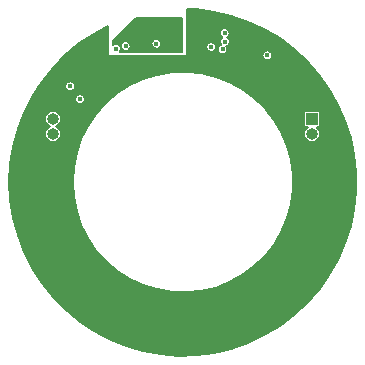
<source format=gbr>
G04 #@! TF.GenerationSoftware,KiCad,Pcbnew,(5.1.6)-1*
G04 #@! TF.CreationDate,2020-09-08T11:46:21-07:00*
G04 #@! TF.ProjectId,LED_Ring,4c45445f-5269-46e6-972e-6b696361645f,rev?*
G04 #@! TF.SameCoordinates,Original*
G04 #@! TF.FileFunction,Copper,L2,Inr*
G04 #@! TF.FilePolarity,Positive*
%FSLAX46Y46*%
G04 Gerber Fmt 4.6, Leading zero omitted, Abs format (unit mm)*
G04 Created by KiCad (PCBNEW (5.1.6)-1) date 2020-09-08 11:46:21*
%MOMM*%
%LPD*%
G01*
G04 APERTURE LIST*
G04 #@! TA.AperFunction,ViaPad*
%ADD10O,1.000000X1.000000*%
G04 #@! TD*
G04 #@! TA.AperFunction,ViaPad*
%ADD11R,1.000000X1.000000*%
G04 #@! TD*
G04 #@! TA.AperFunction,ViaPad*
%ADD12C,0.450000*%
G04 #@! TD*
G04 #@! TA.AperFunction,Conductor*
%ADD13C,0.127000*%
G04 #@! TD*
G04 APERTURE END LIST*
D10*
X99009680Y-75913900D03*
X99009680Y-74643900D03*
D11*
X99009680Y-73373900D03*
D10*
X120941580Y-75913420D03*
D11*
X120941580Y-74643420D03*
D12*
X100457000Y-71882000D03*
X101295200Y-72974200D03*
X113360200Y-68757800D03*
X110540800Y-68097400D03*
X109524800Y-67386200D03*
X105841800Y-68148200D03*
X117068600Y-70967600D03*
X117119400Y-70078600D03*
X104329142Y-68692622D03*
X112395000Y-68554600D03*
X113567106Y-68101094D03*
X113538000Y-67386200D03*
X107752671Y-68281071D03*
X117144800Y-69265800D03*
X105156000Y-68478400D03*
D13*
G36*
X109936500Y-68936500D02*
G01*
X104665906Y-68936500D01*
X104697353Y-68889435D01*
X104728674Y-68813819D01*
X104744642Y-68733545D01*
X104744642Y-68651699D01*
X104728674Y-68571425D01*
X104697353Y-68495809D01*
X104658378Y-68437477D01*
X104740500Y-68437477D01*
X104740500Y-68519323D01*
X104756468Y-68599597D01*
X104787789Y-68675213D01*
X104833260Y-68743266D01*
X104891134Y-68801140D01*
X104959187Y-68846611D01*
X105034803Y-68877932D01*
X105115077Y-68893900D01*
X105196923Y-68893900D01*
X105277197Y-68877932D01*
X105352813Y-68846611D01*
X105420866Y-68801140D01*
X105478740Y-68743266D01*
X105524211Y-68675213D01*
X105555532Y-68599597D01*
X105571500Y-68519323D01*
X105571500Y-68437477D01*
X105555532Y-68357203D01*
X105524211Y-68281587D01*
X105496523Y-68240148D01*
X107337171Y-68240148D01*
X107337171Y-68321994D01*
X107353139Y-68402268D01*
X107384460Y-68477884D01*
X107429931Y-68545937D01*
X107487805Y-68603811D01*
X107555858Y-68649282D01*
X107631474Y-68680603D01*
X107711748Y-68696571D01*
X107793594Y-68696571D01*
X107873868Y-68680603D01*
X107949484Y-68649282D01*
X108017537Y-68603811D01*
X108075411Y-68545937D01*
X108120882Y-68477884D01*
X108152203Y-68402268D01*
X108168171Y-68321994D01*
X108168171Y-68240148D01*
X108152203Y-68159874D01*
X108120882Y-68084258D01*
X108075411Y-68016205D01*
X108017537Y-67958331D01*
X107949484Y-67912860D01*
X107873868Y-67881539D01*
X107793594Y-67865571D01*
X107711748Y-67865571D01*
X107631474Y-67881539D01*
X107555858Y-67912860D01*
X107487805Y-67958331D01*
X107429931Y-68016205D01*
X107384460Y-68084258D01*
X107353139Y-68159874D01*
X107337171Y-68240148D01*
X105496523Y-68240148D01*
X105478740Y-68213534D01*
X105420866Y-68155660D01*
X105352813Y-68110189D01*
X105277197Y-68078868D01*
X105196923Y-68062900D01*
X105115077Y-68062900D01*
X105034803Y-68078868D01*
X104959187Y-68110189D01*
X104891134Y-68155660D01*
X104833260Y-68213534D01*
X104787789Y-68281587D01*
X104756468Y-68357203D01*
X104740500Y-68437477D01*
X104658378Y-68437477D01*
X104651882Y-68427756D01*
X104594008Y-68369882D01*
X104525955Y-68324411D01*
X104450339Y-68293090D01*
X104370065Y-68277122D01*
X104288219Y-68277122D01*
X104207945Y-68293090D01*
X104132329Y-68324411D01*
X104064276Y-68369882D01*
X104063500Y-68370658D01*
X104063500Y-68026302D01*
X106026302Y-66063500D01*
X109936500Y-66063500D01*
X109936500Y-68936500D01*
G37*
X109936500Y-68936500D02*
X104665906Y-68936500D01*
X104697353Y-68889435D01*
X104728674Y-68813819D01*
X104744642Y-68733545D01*
X104744642Y-68651699D01*
X104728674Y-68571425D01*
X104697353Y-68495809D01*
X104658378Y-68437477D01*
X104740500Y-68437477D01*
X104740500Y-68519323D01*
X104756468Y-68599597D01*
X104787789Y-68675213D01*
X104833260Y-68743266D01*
X104891134Y-68801140D01*
X104959187Y-68846611D01*
X105034803Y-68877932D01*
X105115077Y-68893900D01*
X105196923Y-68893900D01*
X105277197Y-68877932D01*
X105352813Y-68846611D01*
X105420866Y-68801140D01*
X105478740Y-68743266D01*
X105524211Y-68675213D01*
X105555532Y-68599597D01*
X105571500Y-68519323D01*
X105571500Y-68437477D01*
X105555532Y-68357203D01*
X105524211Y-68281587D01*
X105496523Y-68240148D01*
X107337171Y-68240148D01*
X107337171Y-68321994D01*
X107353139Y-68402268D01*
X107384460Y-68477884D01*
X107429931Y-68545937D01*
X107487805Y-68603811D01*
X107555858Y-68649282D01*
X107631474Y-68680603D01*
X107711748Y-68696571D01*
X107793594Y-68696571D01*
X107873868Y-68680603D01*
X107949484Y-68649282D01*
X108017537Y-68603811D01*
X108075411Y-68545937D01*
X108120882Y-68477884D01*
X108152203Y-68402268D01*
X108168171Y-68321994D01*
X108168171Y-68240148D01*
X108152203Y-68159874D01*
X108120882Y-68084258D01*
X108075411Y-68016205D01*
X108017537Y-67958331D01*
X107949484Y-67912860D01*
X107873868Y-67881539D01*
X107793594Y-67865571D01*
X107711748Y-67865571D01*
X107631474Y-67881539D01*
X107555858Y-67912860D01*
X107487805Y-67958331D01*
X107429931Y-68016205D01*
X107384460Y-68084258D01*
X107353139Y-68159874D01*
X107337171Y-68240148D01*
X105496523Y-68240148D01*
X105478740Y-68213534D01*
X105420866Y-68155660D01*
X105352813Y-68110189D01*
X105277197Y-68078868D01*
X105196923Y-68062900D01*
X105115077Y-68062900D01*
X105034803Y-68078868D01*
X104959187Y-68110189D01*
X104891134Y-68155660D01*
X104833260Y-68213534D01*
X104787789Y-68281587D01*
X104756468Y-68357203D01*
X104740500Y-68437477D01*
X104658378Y-68437477D01*
X104651882Y-68427756D01*
X104594008Y-68369882D01*
X104525955Y-68324411D01*
X104450339Y-68293090D01*
X104370065Y-68277122D01*
X104288219Y-68277122D01*
X104207945Y-68293090D01*
X104132329Y-68324411D01*
X104064276Y-68369882D01*
X104063500Y-68370658D01*
X104063500Y-68026302D01*
X106026302Y-66063500D01*
X109936500Y-66063500D01*
X109936500Y-68936500D01*
G36*
X111133129Y-65361290D02*
G01*
X112632290Y-65555387D01*
X114103548Y-65902599D01*
X115531307Y-66399248D01*
X116900434Y-67040069D01*
X118196413Y-67818267D01*
X119405509Y-68725595D01*
X120514905Y-69752435D01*
X121512839Y-70887901D01*
X122388735Y-72119958D01*
X123133307Y-73435545D01*
X123738662Y-74820717D01*
X124198385Y-76260791D01*
X124507601Y-77740502D01*
X124663032Y-79244163D01*
X124663032Y-80755837D01*
X124507601Y-82259498D01*
X124198385Y-83739209D01*
X123738662Y-85179283D01*
X123133307Y-86564455D01*
X122388735Y-87880042D01*
X121512839Y-89112099D01*
X120514905Y-90247565D01*
X119405509Y-91274405D01*
X118196413Y-92181733D01*
X116900434Y-92959931D01*
X115531307Y-93600752D01*
X114103548Y-94097401D01*
X112632290Y-94444613D01*
X111133129Y-94638710D01*
X109621956Y-94677632D01*
X108114791Y-94560968D01*
X106627610Y-94289954D01*
X105176176Y-93867463D01*
X103775877Y-93297973D01*
X102441555Y-92587522D01*
X101187354Y-91743640D01*
X100026569Y-90775272D01*
X98971505Y-89692684D01*
X98033346Y-88507350D01*
X97222037Y-87231837D01*
X96546177Y-85879664D01*
X96012931Y-84465166D01*
X95627951Y-83003336D01*
X95395319Y-81509669D01*
X95317500Y-80000000D01*
X100662500Y-80000000D01*
X100745814Y-81244567D01*
X100994269Y-82466925D01*
X101403432Y-83645260D01*
X101966000Y-84758545D01*
X102671936Y-85786915D01*
X103508641Y-86712016D01*
X104461184Y-87517342D01*
X105512568Y-88188520D01*
X106644030Y-88713574D01*
X107835379Y-89083134D01*
X109065356Y-89290605D01*
X110312012Y-89332286D01*
X111553100Y-89207431D01*
X112766473Y-88918270D01*
X113930478Y-88469961D01*
X115024344Y-87870507D01*
X116028550Y-87130602D01*
X116925177Y-86263452D01*
X117698223Y-85284531D01*
X118333895Y-84211307D01*
X118820848Y-83062932D01*
X119150392Y-81859899D01*
X119316648Y-80623676D01*
X119316648Y-79376324D01*
X119150392Y-78140101D01*
X118820848Y-76937068D01*
X118333895Y-75788693D01*
X117698223Y-74715469D01*
X117246481Y-74143420D01*
X120250159Y-74143420D01*
X120250159Y-75143420D01*
X120253837Y-75180764D01*
X120264730Y-75216674D01*
X120282419Y-75249768D01*
X120306225Y-75278775D01*
X120335232Y-75302581D01*
X120368326Y-75320270D01*
X120404236Y-75331163D01*
X120441580Y-75334841D01*
X120564618Y-75334841D01*
X120501412Y-75377074D01*
X120405234Y-75473252D01*
X120329667Y-75586346D01*
X120277616Y-75712009D01*
X120251080Y-75845412D01*
X120251080Y-75981428D01*
X120277616Y-76114831D01*
X120329667Y-76240494D01*
X120405234Y-76353588D01*
X120501412Y-76449766D01*
X120614506Y-76525333D01*
X120740169Y-76577384D01*
X120873572Y-76603920D01*
X121009588Y-76603920D01*
X121142991Y-76577384D01*
X121268654Y-76525333D01*
X121381748Y-76449766D01*
X121477926Y-76353588D01*
X121553493Y-76240494D01*
X121605544Y-76114831D01*
X121632080Y-75981428D01*
X121632080Y-75845412D01*
X121605544Y-75712009D01*
X121553493Y-75586346D01*
X121477926Y-75473252D01*
X121381748Y-75377074D01*
X121318542Y-75334841D01*
X121441580Y-75334841D01*
X121478924Y-75331163D01*
X121514834Y-75320270D01*
X121547928Y-75302581D01*
X121576935Y-75278775D01*
X121600741Y-75249768D01*
X121618430Y-75216674D01*
X121629323Y-75180764D01*
X121633001Y-75143420D01*
X121633001Y-74143420D01*
X121629323Y-74106076D01*
X121618430Y-74070166D01*
X121600741Y-74037072D01*
X121576935Y-74008065D01*
X121547928Y-73984259D01*
X121514834Y-73966570D01*
X121478924Y-73955677D01*
X121441580Y-73951999D01*
X120441580Y-73951999D01*
X120404236Y-73955677D01*
X120368326Y-73966570D01*
X120335232Y-73984259D01*
X120306225Y-74008065D01*
X120282419Y-74037072D01*
X120264730Y-74070166D01*
X120253837Y-74106076D01*
X120250159Y-74143420D01*
X117246481Y-74143420D01*
X116925177Y-73736548D01*
X116028550Y-72869398D01*
X115024344Y-72129493D01*
X113930478Y-71530039D01*
X112766473Y-71081730D01*
X111553100Y-70792569D01*
X110312012Y-70667714D01*
X109065356Y-70709395D01*
X107835379Y-70916866D01*
X106644030Y-71286426D01*
X105512568Y-71811480D01*
X104461184Y-72482658D01*
X103508641Y-73287984D01*
X102671936Y-74213085D01*
X101966000Y-75241455D01*
X101403432Y-76354740D01*
X100994269Y-77533075D01*
X100745814Y-78755433D01*
X100662500Y-80000000D01*
X95317500Y-80000000D01*
X95395319Y-78490331D01*
X95627951Y-76996664D01*
X96012931Y-75534834D01*
X96374438Y-74575892D01*
X98319180Y-74575892D01*
X98319180Y-74711908D01*
X98345716Y-74845311D01*
X98397767Y-74970974D01*
X98473334Y-75084068D01*
X98569512Y-75180246D01*
X98682606Y-75255813D01*
X98738343Y-75278900D01*
X98682606Y-75301987D01*
X98569512Y-75377554D01*
X98473334Y-75473732D01*
X98397767Y-75586826D01*
X98345716Y-75712489D01*
X98319180Y-75845892D01*
X98319180Y-75981908D01*
X98345716Y-76115311D01*
X98397767Y-76240974D01*
X98473334Y-76354068D01*
X98569512Y-76450246D01*
X98682606Y-76525813D01*
X98808269Y-76577864D01*
X98941672Y-76604400D01*
X99077688Y-76604400D01*
X99211091Y-76577864D01*
X99336754Y-76525813D01*
X99449848Y-76450246D01*
X99546026Y-76354068D01*
X99621593Y-76240974D01*
X99673644Y-76115311D01*
X99700180Y-75981908D01*
X99700180Y-75845892D01*
X99673644Y-75712489D01*
X99621593Y-75586826D01*
X99546026Y-75473732D01*
X99449848Y-75377554D01*
X99336754Y-75301987D01*
X99281017Y-75278900D01*
X99336754Y-75255813D01*
X99449848Y-75180246D01*
X99546026Y-75084068D01*
X99621593Y-74970974D01*
X99673644Y-74845311D01*
X99700180Y-74711908D01*
X99700180Y-74575892D01*
X99673644Y-74442489D01*
X99621593Y-74316826D01*
X99546026Y-74203732D01*
X99449848Y-74107554D01*
X99336754Y-74031987D01*
X99211091Y-73979936D01*
X99077688Y-73953400D01*
X98941672Y-73953400D01*
X98808269Y-73979936D01*
X98682606Y-74031987D01*
X98569512Y-74107554D01*
X98473334Y-74203732D01*
X98397767Y-74316826D01*
X98345716Y-74442489D01*
X98319180Y-74575892D01*
X96374438Y-74575892D01*
X96546177Y-74120336D01*
X97139507Y-72933277D01*
X100879700Y-72933277D01*
X100879700Y-73015123D01*
X100895668Y-73095397D01*
X100926989Y-73171013D01*
X100972460Y-73239066D01*
X101030334Y-73296940D01*
X101098387Y-73342411D01*
X101174003Y-73373732D01*
X101254277Y-73389700D01*
X101336123Y-73389700D01*
X101416397Y-73373732D01*
X101492013Y-73342411D01*
X101560066Y-73296940D01*
X101617940Y-73239066D01*
X101663411Y-73171013D01*
X101694732Y-73095397D01*
X101710700Y-73015123D01*
X101710700Y-72933277D01*
X101694732Y-72853003D01*
X101663411Y-72777387D01*
X101617940Y-72709334D01*
X101560066Y-72651460D01*
X101492013Y-72605989D01*
X101416397Y-72574668D01*
X101336123Y-72558700D01*
X101254277Y-72558700D01*
X101174003Y-72574668D01*
X101098387Y-72605989D01*
X101030334Y-72651460D01*
X100972460Y-72709334D01*
X100926989Y-72777387D01*
X100895668Y-72853003D01*
X100879700Y-72933277D01*
X97139507Y-72933277D01*
X97222037Y-72768163D01*
X97811723Y-71841077D01*
X100041500Y-71841077D01*
X100041500Y-71922923D01*
X100057468Y-72003197D01*
X100088789Y-72078813D01*
X100134260Y-72146866D01*
X100192134Y-72204740D01*
X100260187Y-72250211D01*
X100335803Y-72281532D01*
X100416077Y-72297500D01*
X100497923Y-72297500D01*
X100578197Y-72281532D01*
X100653813Y-72250211D01*
X100721866Y-72204740D01*
X100779740Y-72146866D01*
X100825211Y-72078813D01*
X100856532Y-72003197D01*
X100872500Y-71922923D01*
X100872500Y-71841077D01*
X100856532Y-71760803D01*
X100825211Y-71685187D01*
X100779740Y-71617134D01*
X100721866Y-71559260D01*
X100653813Y-71513789D01*
X100578197Y-71482468D01*
X100497923Y-71466500D01*
X100416077Y-71466500D01*
X100335803Y-71482468D01*
X100260187Y-71513789D01*
X100192134Y-71559260D01*
X100134260Y-71617134D01*
X100088789Y-71685187D01*
X100057468Y-71760803D01*
X100041500Y-71841077D01*
X97811723Y-71841077D01*
X98033346Y-71492650D01*
X98971505Y-70307316D01*
X100026569Y-69224728D01*
X101187354Y-68256360D01*
X102441555Y-67412478D01*
X103686500Y-66749615D01*
X103686500Y-69250000D01*
X103687720Y-69262388D01*
X103691334Y-69274300D01*
X103697202Y-69285279D01*
X103705099Y-69294901D01*
X103714721Y-69302798D01*
X103725700Y-69308666D01*
X103737612Y-69312280D01*
X103750000Y-69313500D01*
X110250000Y-69313500D01*
X110262388Y-69312280D01*
X110274300Y-69308666D01*
X110285279Y-69302798D01*
X110294901Y-69294901D01*
X110302798Y-69285279D01*
X110308666Y-69274300D01*
X110312280Y-69262388D01*
X110313500Y-69250000D01*
X110313500Y-69224877D01*
X116729300Y-69224877D01*
X116729300Y-69306723D01*
X116745268Y-69386997D01*
X116776589Y-69462613D01*
X116822060Y-69530666D01*
X116879934Y-69588540D01*
X116947987Y-69634011D01*
X117023603Y-69665332D01*
X117103877Y-69681300D01*
X117185723Y-69681300D01*
X117265997Y-69665332D01*
X117341613Y-69634011D01*
X117409666Y-69588540D01*
X117467540Y-69530666D01*
X117513011Y-69462613D01*
X117544332Y-69386997D01*
X117560300Y-69306723D01*
X117560300Y-69224877D01*
X117544332Y-69144603D01*
X117513011Y-69068987D01*
X117467540Y-69000934D01*
X117409666Y-68943060D01*
X117341613Y-68897589D01*
X117265997Y-68866268D01*
X117185723Y-68850300D01*
X117103877Y-68850300D01*
X117023603Y-68866268D01*
X116947987Y-68897589D01*
X116879934Y-68943060D01*
X116822060Y-69000934D01*
X116776589Y-69068987D01*
X116745268Y-69144603D01*
X116729300Y-69224877D01*
X110313500Y-69224877D01*
X110313500Y-68513677D01*
X111979500Y-68513677D01*
X111979500Y-68595523D01*
X111995468Y-68675797D01*
X112026789Y-68751413D01*
X112072260Y-68819466D01*
X112130134Y-68877340D01*
X112198187Y-68922811D01*
X112273803Y-68954132D01*
X112354077Y-68970100D01*
X112435923Y-68970100D01*
X112516197Y-68954132D01*
X112591813Y-68922811D01*
X112659866Y-68877340D01*
X112717740Y-68819466D01*
X112763211Y-68751413D01*
X112777516Y-68716877D01*
X112944700Y-68716877D01*
X112944700Y-68798723D01*
X112960668Y-68878997D01*
X112991989Y-68954613D01*
X113037460Y-69022666D01*
X113095334Y-69080540D01*
X113163387Y-69126011D01*
X113239003Y-69157332D01*
X113319277Y-69173300D01*
X113401123Y-69173300D01*
X113481397Y-69157332D01*
X113557013Y-69126011D01*
X113625066Y-69080540D01*
X113682940Y-69022666D01*
X113728411Y-68954613D01*
X113759732Y-68878997D01*
X113775700Y-68798723D01*
X113775700Y-68716877D01*
X113759732Y-68636603D01*
X113728411Y-68560987D01*
X113688106Y-68500665D01*
X113688303Y-68500626D01*
X113763919Y-68469305D01*
X113831972Y-68423834D01*
X113889846Y-68365960D01*
X113935317Y-68297907D01*
X113966638Y-68222291D01*
X113982606Y-68142017D01*
X113982606Y-68060171D01*
X113966638Y-67979897D01*
X113935317Y-67904281D01*
X113889846Y-67836228D01*
X113831972Y-67778354D01*
X113765476Y-67733923D01*
X113802866Y-67708940D01*
X113860740Y-67651066D01*
X113906211Y-67583013D01*
X113937532Y-67507397D01*
X113953500Y-67427123D01*
X113953500Y-67345277D01*
X113937532Y-67265003D01*
X113906211Y-67189387D01*
X113860740Y-67121334D01*
X113802866Y-67063460D01*
X113734813Y-67017989D01*
X113659197Y-66986668D01*
X113578923Y-66970700D01*
X113497077Y-66970700D01*
X113416803Y-66986668D01*
X113341187Y-67017989D01*
X113273134Y-67063460D01*
X113215260Y-67121334D01*
X113169789Y-67189387D01*
X113138468Y-67265003D01*
X113122500Y-67345277D01*
X113122500Y-67427123D01*
X113138468Y-67507397D01*
X113169789Y-67583013D01*
X113215260Y-67651066D01*
X113273134Y-67708940D01*
X113339630Y-67753371D01*
X113302240Y-67778354D01*
X113244366Y-67836228D01*
X113198895Y-67904281D01*
X113167574Y-67979897D01*
X113151606Y-68060171D01*
X113151606Y-68142017D01*
X113167574Y-68222291D01*
X113198895Y-68297907D01*
X113239200Y-68358229D01*
X113239003Y-68358268D01*
X113163387Y-68389589D01*
X113095334Y-68435060D01*
X113037460Y-68492934D01*
X112991989Y-68560987D01*
X112960668Y-68636603D01*
X112944700Y-68716877D01*
X112777516Y-68716877D01*
X112794532Y-68675797D01*
X112810500Y-68595523D01*
X112810500Y-68513677D01*
X112794532Y-68433403D01*
X112763211Y-68357787D01*
X112717740Y-68289734D01*
X112659866Y-68231860D01*
X112591813Y-68186389D01*
X112516197Y-68155068D01*
X112435923Y-68139100D01*
X112354077Y-68139100D01*
X112273803Y-68155068D01*
X112198187Y-68186389D01*
X112130134Y-68231860D01*
X112072260Y-68289734D01*
X112026789Y-68357787D01*
X111995468Y-68433403D01*
X111979500Y-68513677D01*
X110313500Y-68513677D01*
X110313500Y-65340180D01*
X111133129Y-65361290D01*
G37*
X111133129Y-65361290D02*
X112632290Y-65555387D01*
X114103548Y-65902599D01*
X115531307Y-66399248D01*
X116900434Y-67040069D01*
X118196413Y-67818267D01*
X119405509Y-68725595D01*
X120514905Y-69752435D01*
X121512839Y-70887901D01*
X122388735Y-72119958D01*
X123133307Y-73435545D01*
X123738662Y-74820717D01*
X124198385Y-76260791D01*
X124507601Y-77740502D01*
X124663032Y-79244163D01*
X124663032Y-80755837D01*
X124507601Y-82259498D01*
X124198385Y-83739209D01*
X123738662Y-85179283D01*
X123133307Y-86564455D01*
X122388735Y-87880042D01*
X121512839Y-89112099D01*
X120514905Y-90247565D01*
X119405509Y-91274405D01*
X118196413Y-92181733D01*
X116900434Y-92959931D01*
X115531307Y-93600752D01*
X114103548Y-94097401D01*
X112632290Y-94444613D01*
X111133129Y-94638710D01*
X109621956Y-94677632D01*
X108114791Y-94560968D01*
X106627610Y-94289954D01*
X105176176Y-93867463D01*
X103775877Y-93297973D01*
X102441555Y-92587522D01*
X101187354Y-91743640D01*
X100026569Y-90775272D01*
X98971505Y-89692684D01*
X98033346Y-88507350D01*
X97222037Y-87231837D01*
X96546177Y-85879664D01*
X96012931Y-84465166D01*
X95627951Y-83003336D01*
X95395319Y-81509669D01*
X95317500Y-80000000D01*
X100662500Y-80000000D01*
X100745814Y-81244567D01*
X100994269Y-82466925D01*
X101403432Y-83645260D01*
X101966000Y-84758545D01*
X102671936Y-85786915D01*
X103508641Y-86712016D01*
X104461184Y-87517342D01*
X105512568Y-88188520D01*
X106644030Y-88713574D01*
X107835379Y-89083134D01*
X109065356Y-89290605D01*
X110312012Y-89332286D01*
X111553100Y-89207431D01*
X112766473Y-88918270D01*
X113930478Y-88469961D01*
X115024344Y-87870507D01*
X116028550Y-87130602D01*
X116925177Y-86263452D01*
X117698223Y-85284531D01*
X118333895Y-84211307D01*
X118820848Y-83062932D01*
X119150392Y-81859899D01*
X119316648Y-80623676D01*
X119316648Y-79376324D01*
X119150392Y-78140101D01*
X118820848Y-76937068D01*
X118333895Y-75788693D01*
X117698223Y-74715469D01*
X117246481Y-74143420D01*
X120250159Y-74143420D01*
X120250159Y-75143420D01*
X120253837Y-75180764D01*
X120264730Y-75216674D01*
X120282419Y-75249768D01*
X120306225Y-75278775D01*
X120335232Y-75302581D01*
X120368326Y-75320270D01*
X120404236Y-75331163D01*
X120441580Y-75334841D01*
X120564618Y-75334841D01*
X120501412Y-75377074D01*
X120405234Y-75473252D01*
X120329667Y-75586346D01*
X120277616Y-75712009D01*
X120251080Y-75845412D01*
X120251080Y-75981428D01*
X120277616Y-76114831D01*
X120329667Y-76240494D01*
X120405234Y-76353588D01*
X120501412Y-76449766D01*
X120614506Y-76525333D01*
X120740169Y-76577384D01*
X120873572Y-76603920D01*
X121009588Y-76603920D01*
X121142991Y-76577384D01*
X121268654Y-76525333D01*
X121381748Y-76449766D01*
X121477926Y-76353588D01*
X121553493Y-76240494D01*
X121605544Y-76114831D01*
X121632080Y-75981428D01*
X121632080Y-75845412D01*
X121605544Y-75712009D01*
X121553493Y-75586346D01*
X121477926Y-75473252D01*
X121381748Y-75377074D01*
X121318542Y-75334841D01*
X121441580Y-75334841D01*
X121478924Y-75331163D01*
X121514834Y-75320270D01*
X121547928Y-75302581D01*
X121576935Y-75278775D01*
X121600741Y-75249768D01*
X121618430Y-75216674D01*
X121629323Y-75180764D01*
X121633001Y-75143420D01*
X121633001Y-74143420D01*
X121629323Y-74106076D01*
X121618430Y-74070166D01*
X121600741Y-74037072D01*
X121576935Y-74008065D01*
X121547928Y-73984259D01*
X121514834Y-73966570D01*
X121478924Y-73955677D01*
X121441580Y-73951999D01*
X120441580Y-73951999D01*
X120404236Y-73955677D01*
X120368326Y-73966570D01*
X120335232Y-73984259D01*
X120306225Y-74008065D01*
X120282419Y-74037072D01*
X120264730Y-74070166D01*
X120253837Y-74106076D01*
X120250159Y-74143420D01*
X117246481Y-74143420D01*
X116925177Y-73736548D01*
X116028550Y-72869398D01*
X115024344Y-72129493D01*
X113930478Y-71530039D01*
X112766473Y-71081730D01*
X111553100Y-70792569D01*
X110312012Y-70667714D01*
X109065356Y-70709395D01*
X107835379Y-70916866D01*
X106644030Y-71286426D01*
X105512568Y-71811480D01*
X104461184Y-72482658D01*
X103508641Y-73287984D01*
X102671936Y-74213085D01*
X101966000Y-75241455D01*
X101403432Y-76354740D01*
X100994269Y-77533075D01*
X100745814Y-78755433D01*
X100662500Y-80000000D01*
X95317500Y-80000000D01*
X95395319Y-78490331D01*
X95627951Y-76996664D01*
X96012931Y-75534834D01*
X96374438Y-74575892D01*
X98319180Y-74575892D01*
X98319180Y-74711908D01*
X98345716Y-74845311D01*
X98397767Y-74970974D01*
X98473334Y-75084068D01*
X98569512Y-75180246D01*
X98682606Y-75255813D01*
X98738343Y-75278900D01*
X98682606Y-75301987D01*
X98569512Y-75377554D01*
X98473334Y-75473732D01*
X98397767Y-75586826D01*
X98345716Y-75712489D01*
X98319180Y-75845892D01*
X98319180Y-75981908D01*
X98345716Y-76115311D01*
X98397767Y-76240974D01*
X98473334Y-76354068D01*
X98569512Y-76450246D01*
X98682606Y-76525813D01*
X98808269Y-76577864D01*
X98941672Y-76604400D01*
X99077688Y-76604400D01*
X99211091Y-76577864D01*
X99336754Y-76525813D01*
X99449848Y-76450246D01*
X99546026Y-76354068D01*
X99621593Y-76240974D01*
X99673644Y-76115311D01*
X99700180Y-75981908D01*
X99700180Y-75845892D01*
X99673644Y-75712489D01*
X99621593Y-75586826D01*
X99546026Y-75473732D01*
X99449848Y-75377554D01*
X99336754Y-75301987D01*
X99281017Y-75278900D01*
X99336754Y-75255813D01*
X99449848Y-75180246D01*
X99546026Y-75084068D01*
X99621593Y-74970974D01*
X99673644Y-74845311D01*
X99700180Y-74711908D01*
X99700180Y-74575892D01*
X99673644Y-74442489D01*
X99621593Y-74316826D01*
X99546026Y-74203732D01*
X99449848Y-74107554D01*
X99336754Y-74031987D01*
X99211091Y-73979936D01*
X99077688Y-73953400D01*
X98941672Y-73953400D01*
X98808269Y-73979936D01*
X98682606Y-74031987D01*
X98569512Y-74107554D01*
X98473334Y-74203732D01*
X98397767Y-74316826D01*
X98345716Y-74442489D01*
X98319180Y-74575892D01*
X96374438Y-74575892D01*
X96546177Y-74120336D01*
X97139507Y-72933277D01*
X100879700Y-72933277D01*
X100879700Y-73015123D01*
X100895668Y-73095397D01*
X100926989Y-73171013D01*
X100972460Y-73239066D01*
X101030334Y-73296940D01*
X101098387Y-73342411D01*
X101174003Y-73373732D01*
X101254277Y-73389700D01*
X101336123Y-73389700D01*
X101416397Y-73373732D01*
X101492013Y-73342411D01*
X101560066Y-73296940D01*
X101617940Y-73239066D01*
X101663411Y-73171013D01*
X101694732Y-73095397D01*
X101710700Y-73015123D01*
X101710700Y-72933277D01*
X101694732Y-72853003D01*
X101663411Y-72777387D01*
X101617940Y-72709334D01*
X101560066Y-72651460D01*
X101492013Y-72605989D01*
X101416397Y-72574668D01*
X101336123Y-72558700D01*
X101254277Y-72558700D01*
X101174003Y-72574668D01*
X101098387Y-72605989D01*
X101030334Y-72651460D01*
X100972460Y-72709334D01*
X100926989Y-72777387D01*
X100895668Y-72853003D01*
X100879700Y-72933277D01*
X97139507Y-72933277D01*
X97222037Y-72768163D01*
X97811723Y-71841077D01*
X100041500Y-71841077D01*
X100041500Y-71922923D01*
X100057468Y-72003197D01*
X100088789Y-72078813D01*
X100134260Y-72146866D01*
X100192134Y-72204740D01*
X100260187Y-72250211D01*
X100335803Y-72281532D01*
X100416077Y-72297500D01*
X100497923Y-72297500D01*
X100578197Y-72281532D01*
X100653813Y-72250211D01*
X100721866Y-72204740D01*
X100779740Y-72146866D01*
X100825211Y-72078813D01*
X100856532Y-72003197D01*
X100872500Y-71922923D01*
X100872500Y-71841077D01*
X100856532Y-71760803D01*
X100825211Y-71685187D01*
X100779740Y-71617134D01*
X100721866Y-71559260D01*
X100653813Y-71513789D01*
X100578197Y-71482468D01*
X100497923Y-71466500D01*
X100416077Y-71466500D01*
X100335803Y-71482468D01*
X100260187Y-71513789D01*
X100192134Y-71559260D01*
X100134260Y-71617134D01*
X100088789Y-71685187D01*
X100057468Y-71760803D01*
X100041500Y-71841077D01*
X97811723Y-71841077D01*
X98033346Y-71492650D01*
X98971505Y-70307316D01*
X100026569Y-69224728D01*
X101187354Y-68256360D01*
X102441555Y-67412478D01*
X103686500Y-66749615D01*
X103686500Y-69250000D01*
X103687720Y-69262388D01*
X103691334Y-69274300D01*
X103697202Y-69285279D01*
X103705099Y-69294901D01*
X103714721Y-69302798D01*
X103725700Y-69308666D01*
X103737612Y-69312280D01*
X103750000Y-69313500D01*
X110250000Y-69313500D01*
X110262388Y-69312280D01*
X110274300Y-69308666D01*
X110285279Y-69302798D01*
X110294901Y-69294901D01*
X110302798Y-69285279D01*
X110308666Y-69274300D01*
X110312280Y-69262388D01*
X110313500Y-69250000D01*
X110313500Y-69224877D01*
X116729300Y-69224877D01*
X116729300Y-69306723D01*
X116745268Y-69386997D01*
X116776589Y-69462613D01*
X116822060Y-69530666D01*
X116879934Y-69588540D01*
X116947987Y-69634011D01*
X117023603Y-69665332D01*
X117103877Y-69681300D01*
X117185723Y-69681300D01*
X117265997Y-69665332D01*
X117341613Y-69634011D01*
X117409666Y-69588540D01*
X117467540Y-69530666D01*
X117513011Y-69462613D01*
X117544332Y-69386997D01*
X117560300Y-69306723D01*
X117560300Y-69224877D01*
X117544332Y-69144603D01*
X117513011Y-69068987D01*
X117467540Y-69000934D01*
X117409666Y-68943060D01*
X117341613Y-68897589D01*
X117265997Y-68866268D01*
X117185723Y-68850300D01*
X117103877Y-68850300D01*
X117023603Y-68866268D01*
X116947987Y-68897589D01*
X116879934Y-68943060D01*
X116822060Y-69000934D01*
X116776589Y-69068987D01*
X116745268Y-69144603D01*
X116729300Y-69224877D01*
X110313500Y-69224877D01*
X110313500Y-68513677D01*
X111979500Y-68513677D01*
X111979500Y-68595523D01*
X111995468Y-68675797D01*
X112026789Y-68751413D01*
X112072260Y-68819466D01*
X112130134Y-68877340D01*
X112198187Y-68922811D01*
X112273803Y-68954132D01*
X112354077Y-68970100D01*
X112435923Y-68970100D01*
X112516197Y-68954132D01*
X112591813Y-68922811D01*
X112659866Y-68877340D01*
X112717740Y-68819466D01*
X112763211Y-68751413D01*
X112777516Y-68716877D01*
X112944700Y-68716877D01*
X112944700Y-68798723D01*
X112960668Y-68878997D01*
X112991989Y-68954613D01*
X113037460Y-69022666D01*
X113095334Y-69080540D01*
X113163387Y-69126011D01*
X113239003Y-69157332D01*
X113319277Y-69173300D01*
X113401123Y-69173300D01*
X113481397Y-69157332D01*
X113557013Y-69126011D01*
X113625066Y-69080540D01*
X113682940Y-69022666D01*
X113728411Y-68954613D01*
X113759732Y-68878997D01*
X113775700Y-68798723D01*
X113775700Y-68716877D01*
X113759732Y-68636603D01*
X113728411Y-68560987D01*
X113688106Y-68500665D01*
X113688303Y-68500626D01*
X113763919Y-68469305D01*
X113831972Y-68423834D01*
X113889846Y-68365960D01*
X113935317Y-68297907D01*
X113966638Y-68222291D01*
X113982606Y-68142017D01*
X113982606Y-68060171D01*
X113966638Y-67979897D01*
X113935317Y-67904281D01*
X113889846Y-67836228D01*
X113831972Y-67778354D01*
X113765476Y-67733923D01*
X113802866Y-67708940D01*
X113860740Y-67651066D01*
X113906211Y-67583013D01*
X113937532Y-67507397D01*
X113953500Y-67427123D01*
X113953500Y-67345277D01*
X113937532Y-67265003D01*
X113906211Y-67189387D01*
X113860740Y-67121334D01*
X113802866Y-67063460D01*
X113734813Y-67017989D01*
X113659197Y-66986668D01*
X113578923Y-66970700D01*
X113497077Y-66970700D01*
X113416803Y-66986668D01*
X113341187Y-67017989D01*
X113273134Y-67063460D01*
X113215260Y-67121334D01*
X113169789Y-67189387D01*
X113138468Y-67265003D01*
X113122500Y-67345277D01*
X113122500Y-67427123D01*
X113138468Y-67507397D01*
X113169789Y-67583013D01*
X113215260Y-67651066D01*
X113273134Y-67708940D01*
X113339630Y-67753371D01*
X113302240Y-67778354D01*
X113244366Y-67836228D01*
X113198895Y-67904281D01*
X113167574Y-67979897D01*
X113151606Y-68060171D01*
X113151606Y-68142017D01*
X113167574Y-68222291D01*
X113198895Y-68297907D01*
X113239200Y-68358229D01*
X113239003Y-68358268D01*
X113163387Y-68389589D01*
X113095334Y-68435060D01*
X113037460Y-68492934D01*
X112991989Y-68560987D01*
X112960668Y-68636603D01*
X112944700Y-68716877D01*
X112777516Y-68716877D01*
X112794532Y-68675797D01*
X112810500Y-68595523D01*
X112810500Y-68513677D01*
X112794532Y-68433403D01*
X112763211Y-68357787D01*
X112717740Y-68289734D01*
X112659866Y-68231860D01*
X112591813Y-68186389D01*
X112516197Y-68155068D01*
X112435923Y-68139100D01*
X112354077Y-68139100D01*
X112273803Y-68155068D01*
X112198187Y-68186389D01*
X112130134Y-68231860D01*
X112072260Y-68289734D01*
X112026789Y-68357787D01*
X111995468Y-68433403D01*
X111979500Y-68513677D01*
X110313500Y-68513677D01*
X110313500Y-65340180D01*
X111133129Y-65361290D01*
M02*

</source>
